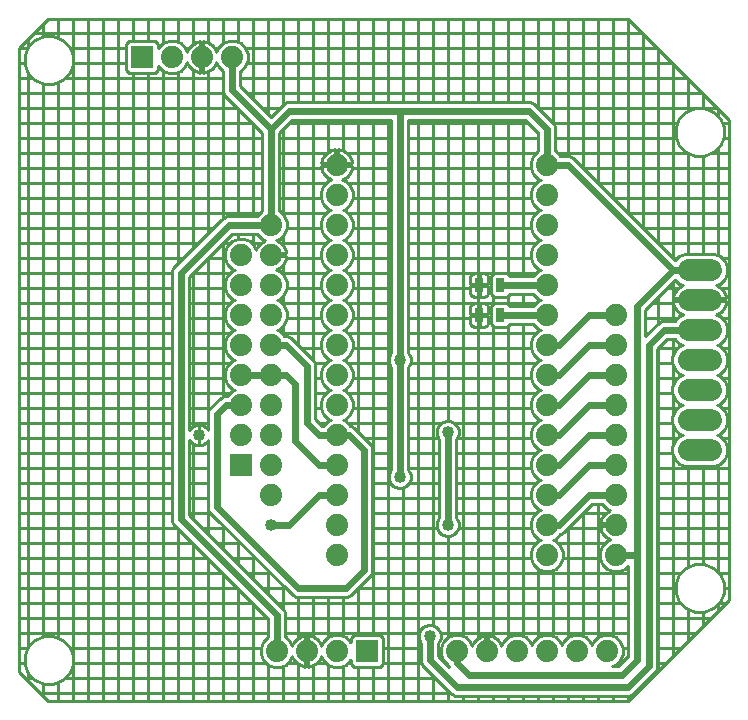
<source format=gbl>
G75*
G70*
%OFA0B0*%
%FSLAX24Y24*%
%IPPOS*%
%LPD*%
%AMOC8*
5,1,8,0,0,1.08239X$1,22.5*
%
%ADD10C,0.0740*%
%ADD11C,0.0740*%
%ADD12R,0.0740X0.0740*%
%ADD13R,0.0315X0.0472*%
%ADD14C,0.0400*%
%ADD15C,0.0100*%
%ADD16C,0.0240*%
D10*
X026963Y013900D02*
X027703Y013900D01*
X027703Y014900D02*
X026963Y014900D01*
X026963Y015900D02*
X027703Y015900D01*
X027703Y016900D02*
X026963Y016900D01*
X026963Y017900D02*
X027703Y017900D01*
X027703Y018900D02*
X026963Y018900D01*
X026963Y019900D02*
X027703Y019900D01*
D11*
X024533Y018400D03*
X024533Y017400D03*
X024533Y016400D03*
X024533Y015400D03*
X024533Y014400D03*
X024533Y013400D03*
X024533Y012400D03*
X024533Y011400D03*
X024533Y010400D03*
X022233Y010400D03*
X022233Y011400D03*
X022233Y012400D03*
X022233Y013400D03*
X022233Y014400D03*
X022233Y015400D03*
X022233Y016400D03*
X022233Y017400D03*
X022233Y018400D03*
X022233Y019400D03*
X022233Y020400D03*
X022233Y021400D03*
X022233Y022400D03*
X022233Y023400D03*
X015233Y023400D03*
X015233Y022400D03*
X015233Y021400D03*
X015233Y020400D03*
X015233Y019400D03*
X015233Y018400D03*
X015233Y017400D03*
X015233Y016400D03*
X015233Y015400D03*
X015233Y014400D03*
X015233Y013400D03*
X015233Y012400D03*
X015233Y011400D03*
X015233Y010400D03*
X013033Y012400D03*
X013033Y013400D03*
X013033Y014400D03*
X012033Y014400D03*
X012033Y015400D03*
X013033Y015400D03*
X013033Y016400D03*
X012033Y016400D03*
X012033Y017400D03*
X013033Y017400D03*
X013033Y018400D03*
X012033Y018400D03*
X012033Y019400D03*
X013033Y019400D03*
X013033Y020400D03*
X012033Y020400D03*
X013033Y021400D03*
X011733Y027000D03*
X010733Y027000D03*
X009733Y027000D03*
X013233Y007200D03*
X014233Y007200D03*
X015233Y007200D03*
X019233Y007200D03*
X020233Y007200D03*
X021233Y007200D03*
X022233Y007200D03*
X023233Y007200D03*
X024233Y007200D03*
D12*
X016233Y007200D03*
X012033Y013400D03*
X008733Y027000D03*
D13*
X019979Y019400D03*
X020688Y019400D03*
X020688Y018400D03*
X019979Y018400D03*
D14*
X017333Y016900D03*
X018933Y014500D03*
X017333Y013000D03*
X018933Y011400D03*
X018333Y007700D03*
X013033Y011400D03*
X010633Y014400D03*
D15*
X004653Y006491D02*
X005624Y005520D01*
X024942Y005520D01*
X028313Y008891D01*
X028313Y024909D01*
X024942Y028280D01*
X005624Y028280D01*
X004653Y027309D01*
X004653Y006491D01*
X004844Y006300D02*
X005102Y006300D01*
X005180Y006222D02*
X005474Y006100D01*
X005792Y006100D01*
X006086Y006222D01*
X006311Y006447D01*
X006433Y006741D01*
X006433Y007059D01*
X006311Y007353D01*
X006086Y007578D01*
X005792Y007700D01*
X005474Y007700D01*
X005180Y007578D01*
X004955Y007353D01*
X004833Y007059D01*
X004833Y006741D01*
X004955Y006447D01*
X005180Y006222D01*
X004933Y006211D02*
X004933Y006500D01*
X004833Y006800D02*
X004653Y006800D01*
X004653Y007300D02*
X004933Y007300D01*
X004933Y026500D01*
X004955Y026447D02*
X005180Y026222D01*
X005474Y026100D01*
X005792Y026100D01*
X006086Y026222D01*
X006311Y026447D01*
X006433Y026741D01*
X006433Y027059D01*
X006311Y027353D01*
X006086Y027578D01*
X005792Y027700D01*
X005474Y027700D01*
X005180Y027578D01*
X004955Y027353D01*
X004833Y027059D01*
X004833Y026741D01*
X004955Y026447D01*
X005102Y026300D02*
X004653Y026300D01*
X004653Y025800D02*
X011461Y025800D01*
X011443Y025842D02*
X011487Y025736D01*
X012743Y024480D01*
X012743Y021864D01*
X012727Y021858D01*
X012576Y021706D01*
X012569Y021690D01*
X011576Y021690D01*
X011469Y021646D01*
X011387Y021564D01*
X009787Y019964D01*
X009743Y019858D01*
X009743Y011542D01*
X009787Y011436D01*
X012943Y008280D01*
X012943Y007664D01*
X012927Y007658D01*
X012776Y007506D01*
X012693Y007307D01*
X012693Y007093D01*
X012776Y006894D01*
X012927Y006742D01*
X013126Y006660D01*
X013341Y006660D01*
X013539Y006742D01*
X013691Y006894D01*
X013744Y007022D01*
X013751Y007000D01*
X013789Y006927D01*
X013837Y006861D01*
X013895Y006803D01*
X013961Y006755D01*
X014034Y006718D01*
X014112Y006693D01*
X014183Y006681D01*
X014183Y007150D01*
X014283Y007150D01*
X014283Y006681D01*
X014355Y006693D01*
X014433Y006718D01*
X014506Y006755D01*
X014572Y006803D01*
X014630Y006861D01*
X014678Y006927D01*
X014715Y007000D01*
X014722Y007022D01*
X014776Y006894D01*
X014927Y006742D01*
X015126Y006660D01*
X015341Y006660D01*
X015539Y006742D01*
X015691Y006894D01*
X015693Y006899D01*
X015693Y006760D01*
X015793Y006660D01*
X016674Y006660D01*
X016773Y006760D01*
X016773Y007640D01*
X016674Y007740D01*
X015793Y007740D01*
X015693Y007640D01*
X015693Y007501D01*
X015691Y007506D01*
X015539Y007658D01*
X015341Y007740D01*
X015126Y007740D01*
X014927Y007658D01*
X014776Y007506D01*
X014722Y007378D01*
X014715Y007400D01*
X014678Y007473D01*
X014630Y007539D01*
X014572Y007597D01*
X014506Y007645D01*
X014433Y007682D01*
X014355Y007707D01*
X014283Y007719D01*
X014283Y007250D01*
X014183Y007250D01*
X014183Y007719D01*
X014112Y007707D01*
X014034Y007682D01*
X013961Y007645D01*
X013895Y007597D01*
X013837Y007539D01*
X013789Y007473D01*
X013751Y007400D01*
X013744Y007378D01*
X013691Y007506D01*
X013539Y007658D01*
X013523Y007664D01*
X013523Y008458D01*
X013479Y008564D01*
X010323Y011720D01*
X010323Y014234D01*
X010361Y014177D01*
X010410Y014128D01*
X010468Y014090D01*
X010531Y014063D01*
X010599Y014050D01*
X010633Y014050D01*
X010633Y014400D01*
X010633Y014400D01*
X010633Y014750D01*
X010599Y014750D01*
X010531Y014737D01*
X010468Y014710D01*
X010410Y014672D01*
X010361Y014623D01*
X010323Y014566D01*
X010323Y019680D01*
X011753Y021110D01*
X012569Y021110D01*
X012576Y021094D01*
X012727Y020942D01*
X012856Y020889D01*
X012834Y020882D01*
X012761Y020845D01*
X012695Y020797D01*
X012637Y020739D01*
X012589Y020673D01*
X012551Y020600D01*
X012544Y020578D01*
X012491Y020706D01*
X012339Y020858D01*
X012141Y020940D01*
X011926Y020940D01*
X011727Y020858D01*
X011576Y020706D01*
X011493Y020507D01*
X011493Y020293D01*
X011576Y020094D01*
X011727Y019942D01*
X011829Y019900D01*
X011727Y019858D01*
X011576Y019706D01*
X011493Y019507D01*
X011493Y019293D01*
X011576Y019094D01*
X011727Y018942D01*
X011829Y018900D01*
X011727Y018858D01*
X011576Y018706D01*
X011493Y018507D01*
X011493Y018293D01*
X011576Y018094D01*
X011727Y017942D01*
X011829Y017900D01*
X011727Y017858D01*
X011576Y017706D01*
X011493Y017507D01*
X011493Y017293D01*
X011576Y017094D01*
X011727Y016942D01*
X011829Y016900D01*
X011727Y016858D01*
X011576Y016706D01*
X011493Y016507D01*
X011493Y016293D01*
X011576Y016094D01*
X011727Y015942D01*
X011829Y015900D01*
X011727Y015858D01*
X011576Y015706D01*
X011569Y015690D01*
X011476Y015690D01*
X011369Y015646D01*
X010987Y015264D01*
X010943Y015158D01*
X010943Y014566D01*
X010905Y014623D01*
X010856Y014672D01*
X010799Y014710D01*
X010735Y014737D01*
X010668Y014750D01*
X010633Y014750D01*
X010633Y014400D01*
X010633Y014400D01*
X010633Y014050D01*
X010668Y014050D01*
X010735Y014063D01*
X010799Y014090D01*
X010856Y014128D01*
X010905Y014177D01*
X010943Y014234D01*
X010943Y011942D01*
X010987Y011836D01*
X013769Y009054D01*
X013876Y009010D01*
X013991Y009010D01*
X015476Y009010D01*
X015591Y009010D01*
X015698Y009054D01*
X016298Y009654D01*
X016379Y009736D01*
X016423Y009842D01*
X016423Y013958D01*
X016379Y014064D01*
X015879Y014564D01*
X015798Y014646D01*
X015699Y014687D01*
X015691Y014706D01*
X015539Y014858D01*
X015437Y014900D01*
X015539Y014942D01*
X015691Y015094D01*
X015773Y015293D01*
X015773Y015507D01*
X015691Y015706D01*
X015539Y015858D01*
X015437Y015900D01*
X015539Y015942D01*
X015691Y016094D01*
X015773Y016293D01*
X015773Y016507D01*
X015691Y016706D01*
X015539Y016858D01*
X015437Y016900D01*
X015539Y016942D01*
X015691Y017094D01*
X015773Y017293D01*
X015773Y017507D01*
X015691Y017706D01*
X015539Y017858D01*
X015437Y017900D01*
X015539Y017942D01*
X015691Y018094D01*
X015773Y018293D01*
X015773Y018507D01*
X015691Y018706D01*
X015539Y018858D01*
X015437Y018900D01*
X015539Y018942D01*
X015691Y019094D01*
X015773Y019293D01*
X015773Y019507D01*
X015691Y019706D01*
X015539Y019858D01*
X015437Y019900D01*
X015539Y019942D01*
X015691Y020094D01*
X015773Y020293D01*
X015773Y020507D01*
X015691Y020706D01*
X015539Y020858D01*
X015437Y020900D01*
X015539Y020942D01*
X015691Y021094D01*
X015773Y021293D01*
X015773Y021507D01*
X015691Y021706D01*
X015539Y021858D01*
X015437Y021900D01*
X015539Y021942D01*
X015691Y022094D01*
X015773Y022293D01*
X015773Y022507D01*
X015691Y022706D01*
X015539Y022858D01*
X015411Y022911D01*
X015433Y022918D01*
X015506Y022955D01*
X015572Y023003D01*
X015630Y023061D01*
X015678Y023127D01*
X015715Y023200D01*
X015741Y023278D01*
X015752Y023350D01*
X015283Y023350D01*
X015283Y023450D01*
X015183Y023450D01*
X015183Y023350D01*
X014715Y023350D01*
X014726Y023278D01*
X014751Y023200D01*
X014789Y023127D01*
X014837Y023061D01*
X014895Y023003D01*
X014961Y022955D01*
X015034Y022918D01*
X015056Y022911D01*
X014927Y022858D01*
X014776Y022706D01*
X014693Y022507D01*
X014693Y022293D01*
X014776Y022094D01*
X014927Y021942D01*
X015029Y021900D01*
X014927Y021858D01*
X014776Y021706D01*
X014693Y021507D01*
X014693Y021293D01*
X014776Y021094D01*
X014927Y020942D01*
X015029Y020900D01*
X014927Y020858D01*
X014776Y020706D01*
X014693Y020507D01*
X014693Y020293D01*
X014776Y020094D01*
X014927Y019942D01*
X015029Y019900D01*
X014927Y019858D01*
X014776Y019706D01*
X014693Y019507D01*
X014693Y019293D01*
X014776Y019094D01*
X014927Y018942D01*
X015029Y018900D01*
X014927Y018858D01*
X014776Y018706D01*
X014693Y018507D01*
X014693Y018293D01*
X014776Y018094D01*
X014927Y017942D01*
X015029Y017900D01*
X014927Y017858D01*
X014776Y017706D01*
X014693Y017507D01*
X014693Y017293D01*
X014776Y017094D01*
X014927Y016942D01*
X015029Y016900D01*
X014927Y016858D01*
X014776Y016706D01*
X014693Y016507D01*
X014693Y016293D01*
X014776Y016094D01*
X014927Y015942D01*
X015029Y015900D01*
X014927Y015858D01*
X014776Y015706D01*
X014693Y015507D01*
X014693Y015293D01*
X014776Y015094D01*
X014927Y014942D01*
X015029Y014900D01*
X014927Y014858D01*
X014776Y014706D01*
X014769Y014690D01*
X014753Y014690D01*
X014523Y014920D01*
X014523Y016758D01*
X014479Y016864D01*
X014398Y016946D01*
X013698Y017646D01*
X013591Y017690D01*
X013498Y017690D01*
X013491Y017706D01*
X013339Y017858D01*
X013237Y017900D01*
X013339Y017942D01*
X013491Y018094D01*
X013573Y018293D01*
X013573Y018507D01*
X013491Y018706D01*
X013339Y018858D01*
X013237Y018900D01*
X013339Y018942D01*
X013491Y019094D01*
X013573Y019293D01*
X013573Y019507D01*
X013491Y019706D01*
X013339Y019858D01*
X013211Y019911D01*
X013233Y019918D01*
X013306Y019955D01*
X013372Y020003D01*
X013430Y020061D01*
X013478Y020127D01*
X013515Y020200D01*
X013541Y020278D01*
X013552Y020350D01*
X013083Y020350D01*
X013083Y020450D01*
X013552Y020450D01*
X013541Y020522D01*
X013515Y020600D01*
X013478Y020673D01*
X013430Y020739D01*
X013372Y020797D01*
X013306Y020845D01*
X013233Y020882D01*
X013211Y020889D01*
X013339Y020942D01*
X013491Y021094D01*
X013573Y021293D01*
X013573Y021507D01*
X013491Y021706D01*
X013339Y021858D01*
X013323Y021864D01*
X013323Y024480D01*
X013753Y024910D01*
X017043Y024910D01*
X017043Y017133D01*
X017020Y017110D01*
X016963Y016974D01*
X016963Y016826D01*
X017020Y016690D01*
X017043Y016667D01*
X017043Y013233D01*
X017020Y013210D01*
X016963Y013074D01*
X016963Y012926D01*
X017020Y012790D01*
X017124Y012686D01*
X017260Y012630D01*
X017407Y012630D01*
X017543Y012686D01*
X017647Y012790D01*
X017703Y012926D01*
X017703Y013074D01*
X017647Y013210D01*
X017623Y013233D01*
X017623Y016667D01*
X017647Y016690D01*
X017703Y016826D01*
X017703Y016974D01*
X017647Y017110D01*
X017623Y017133D01*
X017623Y024910D01*
X021513Y024910D01*
X021943Y024480D01*
X021943Y023864D01*
X021927Y023858D01*
X021776Y023706D01*
X021693Y023507D01*
X021693Y023293D01*
X021776Y023094D01*
X021927Y022942D01*
X022029Y022900D01*
X021927Y022858D01*
X021776Y022706D01*
X021693Y022507D01*
X021693Y022293D01*
X021776Y022094D01*
X021927Y021942D01*
X022029Y021900D01*
X021927Y021858D01*
X021776Y021706D01*
X021693Y021507D01*
X021693Y021293D01*
X021776Y021094D01*
X021927Y020942D01*
X022029Y020900D01*
X021927Y020858D01*
X021776Y020706D01*
X021693Y020507D01*
X021693Y020293D01*
X021776Y020094D01*
X021927Y019942D01*
X022029Y019900D01*
X021927Y019858D01*
X021776Y019706D01*
X021769Y019690D01*
X021015Y019690D01*
X021015Y019707D01*
X020916Y019806D01*
X020460Y019806D01*
X020360Y019707D01*
X020360Y019093D01*
X020460Y018994D01*
X020916Y018994D01*
X021015Y019093D01*
X021015Y019110D01*
X021769Y019110D01*
X021776Y019094D01*
X021927Y018942D01*
X022029Y018900D01*
X021927Y018858D01*
X021776Y018706D01*
X021769Y018690D01*
X021015Y018690D01*
X021015Y018707D01*
X020916Y018806D01*
X020460Y018806D01*
X020360Y018707D01*
X020360Y018093D01*
X020460Y017994D01*
X020916Y017994D01*
X021015Y018093D01*
X021015Y018110D01*
X021769Y018110D01*
X021776Y018094D01*
X021927Y017942D01*
X022029Y017900D01*
X021927Y017858D01*
X021776Y017706D01*
X021693Y017507D01*
X021693Y017293D01*
X021776Y017094D01*
X021927Y016942D01*
X022029Y016900D01*
X021927Y016858D01*
X021776Y016706D01*
X021693Y016507D01*
X021693Y016293D01*
X021776Y016094D01*
X021927Y015942D01*
X022029Y015900D01*
X021927Y015858D01*
X021776Y015706D01*
X021693Y015507D01*
X021693Y015293D01*
X021776Y015094D01*
X021927Y014942D01*
X022029Y014900D01*
X021927Y014858D01*
X021776Y014706D01*
X021693Y014507D01*
X021693Y014293D01*
X021776Y014094D01*
X021927Y013942D01*
X022029Y013900D01*
X021927Y013858D01*
X021776Y013706D01*
X021693Y013507D01*
X021693Y013293D01*
X021776Y013094D01*
X021927Y012942D01*
X022029Y012900D01*
X021927Y012858D01*
X021776Y012706D01*
X021693Y012507D01*
X021693Y012293D01*
X021776Y012094D01*
X021927Y011942D01*
X022029Y011900D01*
X021927Y011858D01*
X021776Y011706D01*
X021693Y011507D01*
X021693Y011293D01*
X021776Y011094D01*
X021927Y010942D01*
X022029Y010900D01*
X021927Y010858D01*
X021776Y010706D01*
X021693Y010507D01*
X021693Y010293D01*
X021776Y010094D01*
X021927Y009942D01*
X022126Y009860D01*
X022341Y009860D01*
X022539Y009942D01*
X022691Y010094D01*
X022773Y010293D01*
X022773Y010507D01*
X022691Y010706D01*
X022539Y010858D01*
X022437Y010900D01*
X022539Y010942D01*
X022691Y011094D01*
X022699Y011113D01*
X022798Y011154D01*
X023753Y012110D01*
X024069Y012110D01*
X024076Y012094D01*
X024227Y011942D01*
X024356Y011889D01*
X024334Y011882D01*
X024261Y011845D01*
X024195Y011797D01*
X024137Y011739D01*
X024089Y011673D01*
X024051Y011600D01*
X024026Y011522D01*
X024015Y011450D01*
X024483Y011450D01*
X024483Y011350D01*
X024015Y011350D01*
X024026Y011278D01*
X024051Y011200D01*
X024089Y011127D01*
X024137Y011061D01*
X024195Y011003D01*
X024261Y010955D01*
X024334Y010918D01*
X024356Y010911D01*
X024227Y010858D01*
X024076Y010706D01*
X023993Y010507D01*
X023993Y010293D01*
X024076Y010094D01*
X024227Y009942D01*
X024426Y009860D01*
X024641Y009860D01*
X024839Y009942D01*
X024943Y010046D01*
X024943Y007020D01*
X024613Y006690D01*
X024413Y006690D01*
X024539Y006742D01*
X024691Y006894D01*
X024773Y007093D01*
X024773Y007307D01*
X024691Y007506D01*
X024539Y007658D01*
X024341Y007740D01*
X024126Y007740D01*
X023927Y007658D01*
X023776Y007506D01*
X023733Y007404D01*
X023691Y007506D01*
X023539Y007658D01*
X023341Y007740D01*
X023126Y007740D01*
X022927Y007658D01*
X022776Y007506D01*
X022733Y007404D01*
X022691Y007506D01*
X022539Y007658D01*
X022341Y007740D01*
X022126Y007740D01*
X021927Y007658D01*
X021776Y007506D01*
X021733Y007404D01*
X021691Y007506D01*
X021539Y007658D01*
X021341Y007740D01*
X021126Y007740D01*
X020927Y007658D01*
X020776Y007506D01*
X020722Y007378D01*
X020715Y007400D01*
X020678Y007473D01*
X020630Y007539D01*
X020572Y007597D01*
X020506Y007645D01*
X020433Y007682D01*
X020355Y007707D01*
X020283Y007719D01*
X020283Y007250D01*
X020183Y007250D01*
X020183Y007719D01*
X020112Y007707D01*
X020034Y007682D01*
X019961Y007645D01*
X019895Y007597D01*
X019837Y007539D01*
X019789Y007473D01*
X019751Y007400D01*
X019744Y007378D01*
X019691Y007506D01*
X019539Y007658D01*
X019341Y007740D01*
X019126Y007740D01*
X018927Y007658D01*
X018776Y007506D01*
X018693Y007307D01*
X018693Y007093D01*
X018776Y006894D01*
X018927Y006742D01*
X018947Y006734D01*
X018973Y006670D01*
X018623Y007020D01*
X018623Y007467D01*
X018647Y007490D01*
X018703Y007626D01*
X018703Y007774D01*
X018647Y007910D01*
X018543Y008014D01*
X018407Y008070D01*
X018260Y008070D01*
X018124Y008014D01*
X018020Y007910D01*
X017963Y007774D01*
X017963Y007626D01*
X018020Y007490D01*
X018043Y007467D01*
X018043Y006842D01*
X018087Y006736D01*
X018987Y005836D01*
X019069Y005754D01*
X019176Y005710D01*
X024991Y005710D01*
X025098Y005754D01*
X025798Y006454D01*
X025879Y006536D01*
X025923Y006642D01*
X025923Y017280D01*
X026253Y017610D01*
X026499Y017610D01*
X026506Y017594D01*
X026657Y017442D01*
X026759Y017400D01*
X026657Y017358D01*
X026506Y017206D01*
X026423Y017007D01*
X026423Y016793D01*
X026506Y016594D01*
X026657Y016442D01*
X026759Y016400D01*
X026657Y016358D01*
X026506Y016206D01*
X026423Y016007D01*
X026423Y015793D01*
X026506Y015594D01*
X026657Y015442D01*
X026759Y015400D01*
X026657Y015358D01*
X026506Y015206D01*
X026423Y015007D01*
X026423Y014793D01*
X026506Y014594D01*
X026657Y014442D01*
X026759Y014400D01*
X026657Y014358D01*
X026506Y014206D01*
X026423Y014007D01*
X026423Y013793D01*
X026506Y013594D01*
X026657Y013442D01*
X026856Y013360D01*
X027811Y013360D01*
X028009Y013442D01*
X028161Y013594D01*
X028243Y013793D01*
X028243Y014007D01*
X028161Y014206D01*
X028009Y014358D01*
X027907Y014400D01*
X028009Y014442D01*
X028161Y014594D01*
X028243Y014793D01*
X028243Y015007D01*
X028161Y015206D01*
X028009Y015358D01*
X027907Y015400D01*
X028009Y015442D01*
X028161Y015594D01*
X028243Y015793D01*
X028243Y016007D01*
X028161Y016206D01*
X028009Y016358D01*
X027907Y016400D01*
X028009Y016442D01*
X028161Y016594D01*
X028243Y016793D01*
X028243Y017007D01*
X028161Y017206D01*
X028009Y017358D01*
X027907Y017400D01*
X028009Y017442D01*
X028161Y017594D01*
X028243Y017793D01*
X028243Y018007D01*
X028161Y018206D01*
X028009Y018358D01*
X027881Y018411D01*
X027903Y018418D01*
X027976Y018455D01*
X028042Y018503D01*
X028100Y018561D01*
X028148Y018627D01*
X028185Y018700D01*
X028211Y018778D01*
X028222Y018850D01*
X027703Y018850D01*
X027703Y018950D01*
X028222Y018950D01*
X028211Y019022D01*
X028185Y019100D01*
X028148Y019173D01*
X028100Y019239D01*
X028042Y019297D01*
X027976Y019345D01*
X027903Y019382D01*
X027881Y019389D01*
X028009Y019442D01*
X028161Y019594D01*
X028243Y019793D01*
X028243Y020007D01*
X028161Y020206D01*
X028009Y020358D01*
X027811Y020440D01*
X026856Y020440D01*
X026657Y020358D01*
X026522Y020222D01*
X023179Y023564D01*
X023098Y023646D01*
X022991Y023690D01*
X022698Y023690D01*
X022691Y023706D01*
X022539Y023858D01*
X022523Y023864D01*
X022523Y024658D01*
X022479Y024764D01*
X021879Y025364D01*
X021798Y025446D01*
X021691Y025490D01*
X013576Y025490D01*
X013469Y025446D01*
X013033Y025010D01*
X012023Y026020D01*
X012023Y026536D01*
X012039Y026542D01*
X012191Y026694D01*
X012273Y026893D01*
X012273Y027107D01*
X012191Y027306D01*
X012039Y027458D01*
X011841Y027540D01*
X011626Y027540D01*
X011427Y027458D01*
X011276Y027306D01*
X011222Y027178D01*
X011215Y027200D01*
X011178Y027273D01*
X011130Y027339D01*
X011072Y027397D01*
X011006Y027445D01*
X010933Y027482D01*
X010855Y027507D01*
X010783Y027519D01*
X010783Y027050D01*
X010683Y027050D01*
X010683Y027519D01*
X010612Y027507D01*
X010534Y027482D01*
X010461Y027445D01*
X010395Y027397D01*
X010337Y027339D01*
X010289Y027273D01*
X010251Y027200D01*
X010244Y027178D01*
X010191Y027306D01*
X010039Y027458D01*
X009841Y027540D01*
X009626Y027540D01*
X009427Y027458D01*
X009276Y027306D01*
X009273Y027301D01*
X009273Y027440D01*
X009174Y027540D01*
X008293Y027540D01*
X008193Y027440D01*
X008193Y026560D01*
X008293Y026460D01*
X009174Y026460D01*
X009273Y026560D01*
X009273Y026699D01*
X009276Y026694D01*
X009427Y026542D01*
X009626Y026460D01*
X009841Y026460D01*
X010039Y026542D01*
X010191Y026694D01*
X010244Y026822D01*
X010251Y026800D01*
X010289Y026727D01*
X010337Y026661D01*
X010395Y026603D01*
X010461Y026555D01*
X010534Y026518D01*
X010612Y026493D01*
X010683Y026481D01*
X010683Y026950D01*
X010783Y026950D01*
X010783Y026481D01*
X010855Y026493D01*
X010933Y026518D01*
X011006Y026555D01*
X011072Y026603D01*
X011130Y026661D01*
X011178Y026727D01*
X011215Y026800D01*
X011232Y026800D01*
X011215Y026800D02*
X011222Y026822D01*
X011276Y026694D01*
X011427Y026542D01*
X011443Y026536D01*
X011443Y025842D01*
X011443Y026300D02*
X006165Y026300D01*
X005933Y026158D02*
X005933Y007642D01*
X005433Y007683D02*
X005433Y026117D01*
X004833Y026800D02*
X004653Y026800D01*
X004653Y027300D02*
X004933Y027300D01*
X004933Y027589D01*
X005144Y027800D02*
X025422Y027800D01*
X025433Y027789D02*
X025433Y021310D01*
X025443Y021300D02*
X028313Y021300D01*
X028313Y020800D02*
X025943Y020800D01*
X025933Y020810D02*
X025933Y027289D01*
X025922Y027300D02*
X012194Y027300D01*
X011933Y027502D02*
X011933Y028280D01*
X011433Y028280D02*
X011433Y027460D01*
X011273Y027300D02*
X011158Y027300D01*
X010933Y027482D02*
X010933Y028280D01*
X010433Y028280D02*
X010433Y027425D01*
X010309Y027300D02*
X010194Y027300D01*
X009933Y027502D02*
X009933Y028280D01*
X009433Y028280D02*
X009433Y027460D01*
X008933Y027540D02*
X008933Y028280D01*
X008433Y028280D02*
X008433Y027540D01*
X008193Y027300D02*
X006333Y027300D01*
X005933Y027642D02*
X005933Y028280D01*
X005433Y028089D02*
X005433Y027683D01*
X006433Y028280D02*
X006433Y005520D01*
X006933Y005520D02*
X006933Y028280D01*
X007433Y028280D02*
X007433Y005520D01*
X007933Y005520D02*
X007933Y028280D01*
X008193Y026800D02*
X006433Y026800D01*
X008433Y026460D02*
X008433Y005520D01*
X008933Y005520D02*
X008933Y026460D01*
X009433Y026540D02*
X009433Y005520D01*
X009933Y005520D02*
X009933Y011290D01*
X009923Y011300D02*
X004653Y011300D01*
X004653Y010800D02*
X010423Y010800D01*
X010433Y010790D02*
X010433Y005520D01*
X010933Y005520D02*
X010933Y010290D01*
X010923Y010300D02*
X004653Y010300D01*
X004653Y009800D02*
X011423Y009800D01*
X011433Y009790D02*
X011433Y005520D01*
X011933Y005520D02*
X011933Y009290D01*
X011923Y009300D02*
X004653Y009300D01*
X004653Y008800D02*
X012423Y008800D01*
X012433Y008790D02*
X012433Y005520D01*
X012933Y005520D02*
X012933Y006740D01*
X012870Y006800D02*
X006433Y006800D01*
X006333Y007300D02*
X012693Y007300D01*
X012933Y007660D02*
X012933Y008290D01*
X012923Y008300D02*
X004653Y008300D01*
X004653Y007800D02*
X012943Y007800D01*
X013523Y007800D02*
X017974Y007800D01*
X018043Y007300D02*
X016773Y007300D01*
X016773Y006800D02*
X018061Y006800D01*
X018433Y006390D02*
X018433Y005520D01*
X018933Y005520D02*
X018933Y005890D01*
X019023Y005800D02*
X005344Y005800D01*
X005433Y005711D02*
X005433Y006117D01*
X005933Y006158D02*
X005933Y005520D01*
X006165Y006300D02*
X018523Y006300D01*
X018933Y006710D02*
X018933Y006740D01*
X018870Y006800D02*
X018843Y006800D01*
X018693Y007300D02*
X018623Y007300D01*
X018933Y007660D02*
X018933Y011030D01*
X018860Y011030D02*
X019007Y011030D01*
X019143Y011086D01*
X019247Y011190D01*
X019303Y011326D01*
X019303Y011474D01*
X019247Y011610D01*
X019223Y011633D01*
X019223Y014267D01*
X019247Y014290D01*
X019303Y014426D01*
X019303Y014574D01*
X019247Y014710D01*
X019143Y014814D01*
X019007Y014870D01*
X018860Y014870D01*
X018724Y014814D01*
X018620Y014710D01*
X018563Y014574D01*
X018563Y014426D01*
X018620Y014290D01*
X018643Y014267D01*
X018643Y011633D01*
X018620Y011610D01*
X018563Y011474D01*
X018563Y011326D01*
X018620Y011190D01*
X018724Y011086D01*
X018860Y011030D01*
X018574Y011300D02*
X016423Y011300D01*
X016423Y010800D02*
X021870Y010800D01*
X021933Y010860D02*
X021933Y010940D01*
X021693Y011300D02*
X019292Y011300D01*
X019223Y011800D02*
X021870Y011800D01*
X021933Y011860D02*
X021933Y011940D01*
X021693Y012300D02*
X019223Y012300D01*
X019223Y012800D02*
X021870Y012800D01*
X021933Y012860D02*
X021933Y012940D01*
X021693Y013300D02*
X019223Y013300D01*
X019223Y013800D02*
X021870Y013800D01*
X021933Y013860D02*
X021933Y013940D01*
X021693Y014300D02*
X019251Y014300D01*
X019157Y014800D02*
X021870Y014800D01*
X021933Y014860D02*
X021933Y014940D01*
X021693Y015300D02*
X017623Y015300D01*
X017043Y015300D02*
X015773Y015300D01*
X015597Y014800D02*
X017043Y014800D01*
X017623Y014800D02*
X018710Y014800D01*
X018933Y014870D02*
X018933Y024910D01*
X018433Y024910D02*
X018433Y008059D01*
X018692Y007800D02*
X024943Y007800D01*
X024943Y008300D02*
X013523Y008300D01*
X013433Y008610D02*
X013433Y009390D01*
X013523Y009300D02*
X012743Y009300D01*
X012933Y009110D02*
X012933Y009890D01*
X013023Y009800D02*
X012243Y009800D01*
X012433Y009610D02*
X012433Y010390D01*
X012523Y010300D02*
X011743Y010300D01*
X011933Y010110D02*
X011933Y010890D01*
X012023Y010800D02*
X011243Y010800D01*
X011433Y010610D02*
X011433Y011390D01*
X011523Y011300D02*
X010743Y011300D01*
X010933Y011110D02*
X010933Y014219D01*
X010633Y014300D02*
X010633Y014300D01*
X010433Y014113D02*
X010433Y011610D01*
X010323Y011800D02*
X011023Y011800D01*
X010943Y012300D02*
X010323Y012300D01*
X010323Y012800D02*
X010943Y012800D01*
X010943Y013300D02*
X010323Y013300D01*
X010323Y013800D02*
X010943Y013800D01*
X010933Y014581D02*
X010933Y020290D01*
X010943Y020300D02*
X011493Y020300D01*
X011670Y019800D02*
X010443Y019800D01*
X010433Y019790D02*
X010433Y014687D01*
X010323Y014800D02*
X010943Y014800D01*
X011023Y015300D02*
X010323Y015300D01*
X010323Y015800D02*
X011670Y015800D01*
X011433Y015672D02*
X011433Y020790D01*
X011443Y020800D02*
X011670Y020800D01*
X011933Y020940D02*
X011933Y021110D01*
X012433Y021110D02*
X012433Y020764D01*
X012397Y020800D02*
X012699Y020800D01*
X013367Y020800D02*
X014870Y020800D01*
X014933Y020860D02*
X014933Y020940D01*
X014693Y021300D02*
X013573Y021300D01*
X013433Y021036D02*
X013433Y020734D01*
X013433Y020450D02*
X013433Y020350D01*
X013544Y020300D02*
X014693Y020300D01*
X014933Y019940D02*
X014933Y019860D01*
X014870Y019800D02*
X013397Y019800D01*
X013433Y019764D02*
X013433Y020066D01*
X013573Y019300D02*
X014693Y019300D01*
X014933Y018940D02*
X014933Y018860D01*
X014870Y018800D02*
X013397Y018800D01*
X013433Y018764D02*
X013433Y019036D01*
X013573Y018300D02*
X014693Y018300D01*
X014933Y017940D02*
X014933Y017860D01*
X014870Y017800D02*
X013397Y017800D01*
X013433Y017764D02*
X013433Y018036D01*
X013933Y017410D02*
X013933Y024910D01*
X013643Y024800D02*
X017043Y024800D01*
X016933Y024910D02*
X016933Y005520D01*
X017433Y005520D02*
X017433Y012641D01*
X017651Y012800D02*
X018643Y012800D01*
X018643Y012300D02*
X016423Y012300D01*
X016423Y011800D02*
X018643Y011800D01*
X017016Y012800D02*
X016423Y012800D01*
X016423Y013300D02*
X017043Y013300D01*
X017623Y013300D02*
X018643Y013300D01*
X018643Y013800D02*
X017623Y013800D01*
X017623Y014300D02*
X018616Y014300D01*
X017043Y014300D02*
X016143Y014300D01*
X015933Y014510D02*
X015933Y024910D01*
X015433Y024910D02*
X015433Y023882D01*
X015355Y023907D01*
X015283Y023919D01*
X015283Y023450D01*
X015752Y023450D01*
X015741Y023522D01*
X015715Y023600D01*
X015678Y023673D01*
X015630Y023739D01*
X015572Y023797D01*
X015506Y023845D01*
X015433Y023882D01*
X015567Y023800D02*
X017043Y023800D01*
X017043Y024300D02*
X013323Y024300D01*
X013433Y024590D02*
X013433Y021764D01*
X013397Y021800D02*
X014870Y021800D01*
X014933Y021860D02*
X014933Y021940D01*
X014693Y022300D02*
X013323Y022300D01*
X013323Y022800D02*
X014870Y022800D01*
X014933Y022860D02*
X014933Y022975D01*
X014933Y023350D02*
X014933Y023450D01*
X014715Y023450D02*
X015183Y023450D01*
X015183Y023919D01*
X015112Y023907D01*
X015034Y023882D01*
X014961Y023845D01*
X014895Y023797D01*
X014837Y023739D01*
X014789Y023673D01*
X014751Y023600D01*
X014726Y023522D01*
X014715Y023450D01*
X014723Y023300D02*
X013323Y023300D01*
X013323Y023800D02*
X014899Y023800D01*
X014933Y023825D02*
X014933Y024910D01*
X014433Y024910D02*
X014433Y016910D01*
X014506Y016800D02*
X014870Y016800D01*
X014933Y016860D02*
X014933Y016940D01*
X014693Y017300D02*
X014043Y017300D01*
X014523Y016300D02*
X014693Y016300D01*
X014933Y015940D02*
X014933Y015860D01*
X014870Y015800D02*
X014523Y015800D01*
X014523Y015300D02*
X014693Y015300D01*
X014933Y014940D02*
X014933Y014860D01*
X014870Y014800D02*
X014643Y014800D01*
X015597Y015800D02*
X017043Y015800D01*
X017043Y016300D02*
X015773Y016300D01*
X015597Y016800D02*
X016974Y016800D01*
X017043Y017300D02*
X015773Y017300D01*
X015597Y017800D02*
X017043Y017800D01*
X017043Y018300D02*
X015773Y018300D01*
X015597Y018800D02*
X017043Y018800D01*
X017623Y018800D02*
X020454Y018800D01*
X020433Y018780D02*
X020433Y019020D01*
X020276Y019106D02*
X020286Y019144D01*
X020286Y019371D01*
X020008Y019371D01*
X020008Y019429D01*
X019950Y019429D01*
X019950Y019371D01*
X019672Y019371D01*
X019672Y019144D01*
X019682Y019106D01*
X019701Y019072D01*
X019729Y019044D01*
X019764Y019024D01*
X019802Y019014D01*
X019950Y019014D01*
X019950Y019371D01*
X020008Y019371D01*
X020008Y019014D01*
X020156Y019014D01*
X020194Y019024D01*
X020229Y019044D01*
X020257Y019072D01*
X020276Y019106D01*
X020286Y019300D02*
X020360Y019300D01*
X020286Y019429D02*
X020286Y019656D01*
X020276Y019694D01*
X020257Y019728D01*
X020229Y019756D01*
X020194Y019776D01*
X020156Y019786D01*
X020008Y019786D01*
X020008Y019429D01*
X020286Y019429D01*
X020008Y019300D02*
X019950Y019300D01*
X019933Y019371D02*
X019933Y019429D01*
X019950Y019429D02*
X019672Y019429D01*
X019672Y019656D01*
X019682Y019694D01*
X019701Y019728D01*
X019729Y019756D01*
X019764Y019776D01*
X019802Y019786D01*
X019950Y019786D01*
X019950Y019429D01*
X019672Y019300D02*
X017623Y019300D01*
X017043Y019300D02*
X015773Y019300D01*
X015597Y019800D02*
X017043Y019800D01*
X017043Y020300D02*
X015773Y020300D01*
X015597Y020800D02*
X017043Y020800D01*
X017623Y020800D02*
X021870Y020800D01*
X021933Y020860D02*
X021933Y020940D01*
X021693Y021300D02*
X017623Y021300D01*
X017043Y021300D02*
X015773Y021300D01*
X015597Y021800D02*
X017043Y021800D01*
X017043Y022300D02*
X015773Y022300D01*
X015597Y022800D02*
X017043Y022800D01*
X017623Y022800D02*
X021870Y022800D01*
X021933Y022860D02*
X021933Y022940D01*
X021693Y023300D02*
X017623Y023300D01*
X017043Y023300D02*
X015744Y023300D01*
X015433Y023350D02*
X015433Y023450D01*
X015283Y023800D02*
X015183Y023800D01*
X016433Y024910D02*
X016433Y007740D01*
X015933Y007740D02*
X015933Y009290D01*
X015943Y009300D02*
X024943Y009300D01*
X024943Y008800D02*
X013243Y008800D01*
X013933Y009010D02*
X013933Y007625D01*
X014183Y007300D02*
X014283Y007300D01*
X014433Y007682D02*
X014433Y009010D01*
X014933Y009010D02*
X014933Y007660D01*
X015433Y007702D02*
X015433Y009010D01*
X016298Y009654D02*
X016298Y009654D01*
X016406Y009800D02*
X024943Y009800D01*
X024933Y010036D02*
X024933Y007010D01*
X024943Y007300D02*
X024773Y007300D01*
X024433Y007702D02*
X024433Y009860D01*
X023993Y010300D02*
X022773Y010300D01*
X022433Y009898D02*
X022433Y007702D01*
X021933Y007660D02*
X021933Y009940D01*
X021693Y010300D02*
X016423Y010300D01*
X019433Y007702D02*
X019433Y024910D01*
X019933Y024910D02*
X019933Y019786D01*
X020433Y019780D02*
X020433Y024910D01*
X020933Y024910D02*
X020933Y019788D01*
X020922Y019800D02*
X021870Y019800D01*
X021933Y019860D02*
X021933Y019940D01*
X021693Y020300D02*
X017623Y020300D01*
X017623Y019800D02*
X020454Y019800D01*
X020933Y019012D02*
X020933Y018788D01*
X020922Y018800D02*
X021870Y018800D01*
X021933Y018860D02*
X021933Y018940D01*
X021433Y019110D02*
X021433Y018690D01*
X021433Y018110D02*
X021433Y007702D01*
X020933Y007660D02*
X020933Y018012D01*
X020433Y018020D02*
X020433Y007682D01*
X020283Y007300D02*
X020183Y007300D01*
X019933Y007625D02*
X019933Y018014D01*
X019950Y018014D02*
X019802Y018014D01*
X019764Y018024D01*
X019729Y018044D01*
X019701Y018072D01*
X019682Y018106D01*
X019672Y018144D01*
X019672Y018371D01*
X019950Y018371D01*
X019950Y018429D01*
X019672Y018429D01*
X019672Y018656D01*
X019682Y018694D01*
X019701Y018728D01*
X019729Y018756D01*
X019764Y018776D01*
X019802Y018786D01*
X019950Y018786D01*
X019950Y018429D01*
X020008Y018429D01*
X020008Y018786D01*
X020156Y018786D01*
X020194Y018776D01*
X020229Y018756D01*
X020257Y018728D01*
X020276Y018694D01*
X020286Y018656D01*
X020286Y018429D01*
X020008Y018429D01*
X020008Y018371D01*
X020286Y018371D01*
X020286Y018144D01*
X020276Y018106D01*
X020257Y018072D01*
X020229Y018044D01*
X020194Y018024D01*
X020156Y018014D01*
X020008Y018014D01*
X020008Y018371D01*
X019950Y018371D01*
X019950Y018014D01*
X019950Y018300D02*
X020008Y018300D01*
X019933Y018371D02*
X019933Y018429D01*
X019672Y018300D02*
X017623Y018300D01*
X017623Y017800D02*
X021870Y017800D01*
X021933Y017860D02*
X021933Y017940D01*
X021693Y017300D02*
X017623Y017300D01*
X017692Y016800D02*
X021870Y016800D01*
X021933Y016860D02*
X021933Y016940D01*
X021693Y016300D02*
X017623Y016300D01*
X017623Y015800D02*
X021870Y015800D01*
X021933Y015860D02*
X021933Y015940D01*
X020360Y018300D02*
X020286Y018300D01*
X019933Y018786D02*
X019933Y019014D01*
X021433Y019690D02*
X021433Y024910D01*
X021623Y024800D02*
X017623Y024800D01*
X017933Y024910D02*
X017933Y005520D01*
X016433Y005520D02*
X016433Y006660D01*
X015933Y006660D02*
X015933Y005520D01*
X015433Y005520D02*
X015433Y006698D01*
X015597Y006800D02*
X015693Y006800D01*
X014933Y006740D02*
X014933Y005520D01*
X014433Y005520D02*
X014433Y006718D01*
X014567Y006800D02*
X014870Y006800D01*
X014283Y006800D02*
X014183Y006800D01*
X013933Y006775D02*
X013933Y005520D01*
X013433Y005520D02*
X013433Y006698D01*
X013597Y006800D02*
X013899Y006800D01*
X019433Y005710D02*
X019433Y005520D01*
X019933Y005520D02*
X019933Y005710D01*
X020433Y005710D02*
X020433Y005520D01*
X020933Y005520D02*
X020933Y005710D01*
X021433Y005710D02*
X021433Y005520D01*
X021933Y005520D02*
X021933Y005710D01*
X022433Y005710D02*
X022433Y005520D01*
X022933Y005520D02*
X022933Y005710D01*
X023433Y005710D02*
X023433Y005520D01*
X023933Y005520D02*
X023933Y005710D01*
X024433Y005710D02*
X024433Y005520D01*
X024933Y005520D02*
X024933Y005710D01*
X025143Y005800D02*
X025222Y005800D01*
X025433Y006011D02*
X025433Y006090D01*
X025643Y006300D02*
X025722Y006300D01*
X025798Y006454D02*
X025798Y006454D01*
X025933Y006511D02*
X025933Y017290D01*
X025943Y017300D02*
X026600Y017300D01*
X026433Y017032D02*
X026433Y017610D01*
X026433Y018190D02*
X026433Y019490D01*
X026522Y019578D02*
X026657Y019442D01*
X026786Y019389D01*
X026764Y019382D01*
X026691Y019345D01*
X026625Y019297D01*
X026567Y019239D01*
X026519Y019173D01*
X026481Y019100D01*
X026456Y019022D01*
X026445Y018950D01*
X026963Y018950D01*
X026963Y018850D01*
X026445Y018850D01*
X026456Y018778D01*
X026481Y018700D01*
X026519Y018627D01*
X026567Y018561D01*
X026625Y018503D01*
X026691Y018455D01*
X026764Y018418D01*
X026786Y018411D01*
X026657Y018358D01*
X026506Y018206D01*
X026499Y018190D01*
X026076Y018190D01*
X025969Y018146D01*
X025523Y017700D01*
X025523Y018580D01*
X026522Y019578D01*
X026629Y019300D02*
X026243Y019300D01*
X025933Y018990D02*
X025933Y018110D01*
X025623Y017800D02*
X025523Y017800D01*
X025523Y018300D02*
X026600Y018300D01*
X026453Y018800D02*
X025743Y018800D01*
X026933Y018850D02*
X026933Y018950D01*
X027933Y018950D02*
X027933Y018850D01*
X028214Y018800D02*
X028313Y018800D01*
X027933Y018434D02*
X027933Y018389D01*
X028067Y018300D02*
X028313Y018300D01*
X028313Y017800D02*
X028243Y017800D01*
X027933Y017411D02*
X027933Y017389D01*
X028067Y017300D02*
X028313Y017300D01*
X028313Y016800D02*
X028243Y016800D01*
X027933Y016411D02*
X027933Y016389D01*
X028067Y016300D02*
X028313Y016300D01*
X028313Y015800D02*
X028243Y015800D01*
X027933Y015411D02*
X027933Y015389D01*
X028067Y015300D02*
X028313Y015300D01*
X028313Y014800D02*
X028243Y014800D01*
X027933Y014411D02*
X027933Y014389D01*
X028067Y014300D02*
X028313Y014300D01*
X028313Y013800D02*
X028243Y013800D01*
X027933Y013411D02*
X027933Y009831D01*
X027965Y009800D02*
X028313Y009800D01*
X028011Y009753D02*
X028133Y009459D01*
X028133Y009141D01*
X028011Y008847D01*
X027786Y008622D01*
X027492Y008500D01*
X027174Y008500D01*
X026880Y008622D01*
X026655Y008847D01*
X026533Y009141D01*
X026533Y009459D01*
X026655Y009753D01*
X026880Y009978D01*
X027174Y010100D01*
X027492Y010100D01*
X027786Y009978D01*
X028011Y009753D01*
X028313Y010300D02*
X025923Y010300D01*
X025923Y009800D02*
X026702Y009800D01*
X026933Y010000D02*
X026933Y013360D01*
X027433Y013360D02*
X027433Y010100D01*
X028313Y010800D02*
X025923Y010800D01*
X025923Y011300D02*
X028313Y011300D01*
X028313Y011800D02*
X025923Y011800D01*
X025923Y012300D02*
X028313Y012300D01*
X028313Y012800D02*
X025923Y012800D01*
X025923Y013300D02*
X028313Y013300D01*
X026433Y013768D02*
X026433Y007011D01*
X026222Y006800D02*
X025923Y006800D01*
X025923Y007300D02*
X026722Y007300D01*
X026933Y007511D02*
X026933Y008600D01*
X026702Y008800D02*
X025923Y008800D01*
X025923Y008300D02*
X027722Y008300D01*
X027933Y008511D02*
X027933Y008769D01*
X027965Y008800D02*
X028222Y008800D01*
X028133Y009300D02*
X028313Y009300D01*
X027433Y008500D02*
X027433Y008011D01*
X027222Y007800D02*
X025923Y007800D01*
X024723Y006800D02*
X024597Y006800D01*
X024433Y006698D02*
X024433Y006690D01*
X023933Y007660D02*
X023933Y012110D01*
X024199Y011800D02*
X023443Y011800D01*
X023433Y011790D02*
X023433Y007702D01*
X022933Y007660D02*
X022933Y011290D01*
X022943Y011300D02*
X024023Y011300D01*
X024433Y011350D02*
X024433Y011450D01*
X024170Y010800D02*
X022597Y010800D01*
X025923Y009300D02*
X026533Y009300D01*
X026423Y013800D02*
X025923Y013800D01*
X025923Y014300D02*
X026600Y014300D01*
X026433Y014032D02*
X026433Y014768D01*
X026423Y014800D02*
X025923Y014800D01*
X026433Y015032D02*
X026433Y015768D01*
X026423Y015800D02*
X025923Y015800D01*
X025923Y016300D02*
X026600Y016300D01*
X026433Y016032D02*
X026433Y016768D01*
X026423Y016800D02*
X025923Y016800D01*
X025923Y015300D02*
X026600Y015300D01*
X028037Y019300D02*
X028313Y019300D01*
X027933Y019366D02*
X027933Y019411D01*
X028243Y019800D02*
X028313Y019800D01*
X028313Y020300D02*
X028067Y020300D01*
X027933Y020389D02*
X027933Y023969D01*
X028011Y024047D02*
X028133Y024341D01*
X028133Y024659D01*
X028011Y024953D01*
X027786Y025178D01*
X027492Y025300D01*
X027174Y025300D01*
X026880Y025178D01*
X026655Y024953D01*
X026533Y024659D01*
X026533Y024341D01*
X026655Y024047D01*
X026880Y023822D01*
X027174Y023700D01*
X027492Y023700D01*
X027786Y023822D01*
X028011Y024047D01*
X028116Y024300D02*
X028313Y024300D01*
X028313Y023800D02*
X027734Y023800D01*
X027433Y023700D02*
X027433Y020440D01*
X026933Y020440D02*
X026933Y023800D01*
X022597Y023800D01*
X022933Y023690D02*
X022933Y028280D01*
X023433Y028280D02*
X023433Y023310D01*
X023443Y023300D02*
X028313Y023300D01*
X028313Y022800D02*
X023943Y022800D01*
X023933Y022810D02*
X023933Y028280D01*
X024433Y028280D02*
X024433Y022310D01*
X024443Y022300D02*
X028313Y022300D01*
X028313Y021800D02*
X024943Y021800D01*
X024933Y021810D02*
X024933Y028280D01*
X026422Y026800D02*
X012235Y026800D01*
X012023Y026300D02*
X026922Y026300D01*
X026933Y026289D02*
X026933Y025200D01*
X026592Y024800D02*
X022443Y024800D01*
X022433Y024810D02*
X022433Y028280D01*
X021933Y028280D02*
X021933Y025310D01*
X021943Y025300D02*
X027922Y025300D01*
X027933Y025289D02*
X027933Y025031D01*
X028075Y024800D02*
X028313Y024800D01*
X027433Y025300D02*
X027433Y025789D01*
X027422Y025800D02*
X012243Y025800D01*
X012433Y025610D02*
X012433Y028280D01*
X012933Y028280D02*
X012933Y025110D01*
X012743Y025300D02*
X013323Y025300D01*
X013433Y025410D02*
X013433Y028280D01*
X013933Y028280D02*
X013933Y025490D01*
X014433Y025490D02*
X014433Y028280D01*
X014933Y028280D02*
X014933Y025490D01*
X015433Y025490D02*
X015433Y028280D01*
X015933Y028280D02*
X015933Y025490D01*
X016433Y025490D02*
X016433Y028280D01*
X016933Y028280D02*
X016933Y025490D01*
X017433Y025490D02*
X017433Y028280D01*
X017933Y028280D02*
X017933Y025490D01*
X018433Y025490D02*
X018433Y028280D01*
X018933Y028280D02*
X018933Y025490D01*
X019433Y025490D02*
X019433Y028280D01*
X019933Y028280D02*
X019933Y025490D01*
X020433Y025490D02*
X020433Y028280D01*
X020933Y028280D02*
X020933Y025490D01*
X021433Y025490D02*
X021433Y028280D01*
X021933Y024490D02*
X021933Y023860D01*
X021870Y023800D02*
X017623Y023800D01*
X017623Y024300D02*
X021943Y024300D01*
X022523Y024300D02*
X026550Y024300D01*
X026433Y026789D02*
X026433Y020310D01*
X026443Y020300D02*
X026600Y020300D01*
X021933Y021860D02*
X021933Y021940D01*
X021870Y021800D02*
X017623Y021800D01*
X017623Y022300D02*
X021693Y022300D01*
X015433Y022902D02*
X015433Y022918D01*
X012743Y022800D02*
X004653Y022800D01*
X004653Y022300D02*
X012743Y022300D01*
X012670Y021800D02*
X004653Y021800D01*
X004653Y021300D02*
X011123Y021300D01*
X010933Y021110D02*
X010933Y026518D01*
X010783Y026800D02*
X010683Y026800D01*
X010433Y026575D02*
X010433Y020610D01*
X010623Y020800D02*
X004653Y020800D01*
X004653Y020300D02*
X010123Y020300D01*
X009933Y020110D02*
X009933Y026498D01*
X010235Y026800D02*
X010252Y026800D01*
X010683Y027300D02*
X010783Y027300D01*
X011433Y026540D02*
X011433Y021610D01*
X011933Y021690D02*
X011933Y025290D01*
X011923Y025300D02*
X004653Y025300D01*
X004653Y024800D02*
X012423Y024800D01*
X012433Y024790D02*
X012433Y021690D01*
X012743Y023300D02*
X004653Y023300D01*
X004653Y023800D02*
X012743Y023800D01*
X012743Y024300D02*
X004653Y024300D01*
X004653Y019800D02*
X009743Y019800D01*
X009743Y019300D02*
X004653Y019300D01*
X004653Y018800D02*
X009743Y018800D01*
X009743Y018300D02*
X004653Y018300D01*
X004653Y017800D02*
X009743Y017800D01*
X009743Y017300D02*
X004653Y017300D01*
X004653Y016800D02*
X009743Y016800D01*
X009743Y016300D02*
X004653Y016300D01*
X004653Y015800D02*
X009743Y015800D01*
X009743Y015300D02*
X004653Y015300D01*
X004653Y014800D02*
X009743Y014800D01*
X009743Y014300D02*
X004653Y014300D01*
X004653Y013800D02*
X009743Y013800D01*
X009743Y013300D02*
X004653Y013300D01*
X004653Y012800D02*
X009743Y012800D01*
X009743Y012300D02*
X004653Y012300D01*
X004653Y011800D02*
X009743Y011800D01*
X010323Y016300D02*
X011493Y016300D01*
X011670Y016800D02*
X010323Y016800D01*
X010323Y017300D02*
X011493Y017300D01*
X011670Y017800D02*
X010323Y017800D01*
X010323Y018300D02*
X011493Y018300D01*
X011670Y018800D02*
X010323Y018800D01*
X010323Y019300D02*
X011493Y019300D01*
X016423Y013800D02*
X017043Y013800D01*
D16*
X017333Y013000D02*
X017333Y016900D01*
X017333Y025200D01*
X013633Y025200D01*
X013033Y024600D01*
X011733Y025900D01*
X011733Y027000D01*
X013033Y024600D02*
X013033Y021400D01*
X011633Y021400D01*
X010033Y019800D01*
X010033Y011600D01*
X013233Y008400D01*
X013233Y007200D01*
X013933Y009300D02*
X011233Y012000D01*
X011233Y015100D01*
X011533Y015400D01*
X012033Y015400D01*
X012033Y016400D02*
X013033Y016400D01*
X013533Y016400D01*
X013833Y016100D01*
X013833Y014200D01*
X014633Y013400D01*
X015233Y013400D01*
X016133Y013900D02*
X015633Y014400D01*
X015233Y014400D01*
X014633Y014400D01*
X014233Y014800D01*
X014233Y016700D01*
X013533Y017400D01*
X013033Y017400D01*
X016133Y013900D02*
X016133Y009900D01*
X015533Y009300D01*
X013933Y009300D01*
X013633Y011400D02*
X013033Y011400D01*
X013633Y011400D02*
X014633Y012400D01*
X015233Y012400D01*
X018933Y011400D02*
X018933Y014500D01*
X022233Y014400D02*
X022633Y014400D01*
X023633Y015400D01*
X024533Y015400D01*
X024533Y014400D02*
X023633Y014400D01*
X022633Y013400D01*
X022233Y013400D01*
X022233Y012400D02*
X022633Y012400D01*
X023633Y013400D01*
X024533Y013400D01*
X024533Y012400D02*
X023633Y012400D01*
X022633Y011400D01*
X022233Y011400D01*
X024533Y010400D02*
X025233Y010400D01*
X025233Y006900D01*
X024733Y006400D01*
X019633Y006400D01*
X019233Y006800D01*
X019233Y007200D01*
X018333Y006900D02*
X019233Y006000D01*
X024933Y006000D01*
X025633Y006700D01*
X025633Y017400D01*
X026133Y017900D01*
X027333Y017900D01*
X026433Y019900D02*
X025233Y018700D01*
X025233Y010400D01*
X022633Y015400D02*
X022233Y015400D01*
X022633Y015400D02*
X023633Y016400D01*
X024533Y016400D01*
X024533Y017400D02*
X023633Y017400D01*
X022633Y016400D01*
X022233Y016400D01*
X022233Y017400D02*
X022633Y017400D01*
X023633Y018400D01*
X024533Y018400D01*
X026433Y019900D02*
X022933Y023400D01*
X022233Y023400D01*
X022233Y024600D01*
X021633Y025200D01*
X017333Y025200D01*
X020688Y019400D02*
X022233Y019400D01*
X022233Y018400D02*
X020688Y018400D01*
X026433Y019900D02*
X027333Y019900D01*
X018333Y007700D02*
X018333Y006900D01*
M02*

</source>
